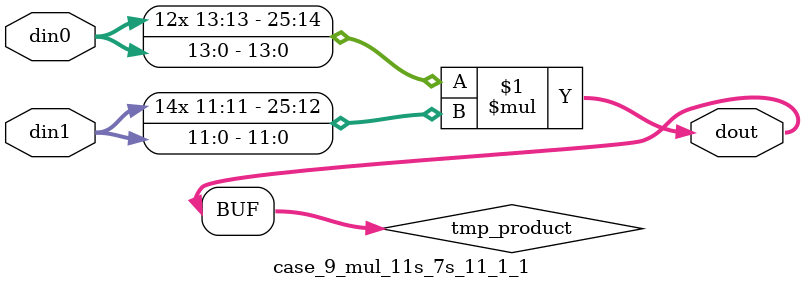
<source format=v>

`timescale 1 ns / 1 ps

 module case_9_mul_11s_7s_11_1_1(din0, din1, dout);
parameter ID = 1;
parameter NUM_STAGE = 0;
parameter din0_WIDTH = 14;
parameter din1_WIDTH = 12;
parameter dout_WIDTH = 26;

input [din0_WIDTH - 1 : 0] din0; 
input [din1_WIDTH - 1 : 0] din1; 
output [dout_WIDTH - 1 : 0] dout;

wire signed [dout_WIDTH - 1 : 0] tmp_product;



























assign tmp_product = $signed(din0) * $signed(din1);








assign dout = tmp_product;





















endmodule

</source>
